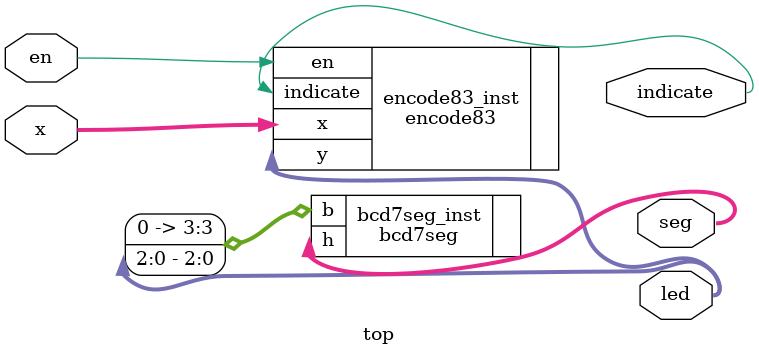
<source format=v>
module top(x, en, led, indicate, seg);
    input [7:0] x;
    input en;
    output reg [2:0] led;
    output reg indicate;
    output reg [6:0] seg;

    encode83 encode83_inst (
        .x(x),
        .en(en),
        .y(led),
        .indicate(indicate)
    );

    bcd7seg bcd7seg_inst (
        .b({1'b0,led}),
        .h(seg)
    );
endmodule
</source>
